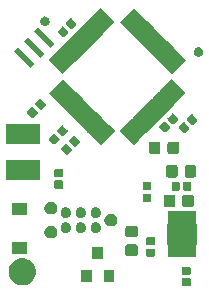
<source format=gbr>
G04 #@! TF.GenerationSoftware,KiCad,Pcbnew,(5.1.6)-1*
G04 #@! TF.CreationDate,2020-12-13T19:15:47+01:00*
G04 #@! TF.ProjectId,ACM-pcb,41434d2d-7063-4622-9e6b-696361645f70,rev?*
G04 #@! TF.SameCoordinates,Original*
G04 #@! TF.FileFunction,Soldermask,Top*
G04 #@! TF.FilePolarity,Negative*
%FSLAX46Y46*%
G04 Gerber Fmt 4.6, Leading zero omitted, Abs format (unit mm)*
G04 Created by KiCad (PCBNEW (5.1.6)-1) date 2020-12-13 19:15:47*
%MOMM*%
%LPD*%
G01*
G04 APERTURE LIST*
%ADD10C,0.100000*%
G04 APERTURE END LIST*
D10*
G36*
X80164938Y-89549716D02*
G01*
X80185557Y-89555971D01*
X80204553Y-89566124D01*
X80221208Y-89579792D01*
X80234876Y-89596447D01*
X80245029Y-89615443D01*
X80251284Y-89636062D01*
X80254000Y-89663640D01*
X80254000Y-90122360D01*
X80251284Y-90149938D01*
X80245029Y-90170557D01*
X80234876Y-90189553D01*
X80221208Y-90206208D01*
X80204553Y-90219876D01*
X80185557Y-90230029D01*
X80164938Y-90236284D01*
X80137360Y-90239000D01*
X79628640Y-90239000D01*
X79601062Y-90236284D01*
X79580443Y-90230029D01*
X79561447Y-90219876D01*
X79544792Y-90206208D01*
X79531124Y-90189553D01*
X79520971Y-90170557D01*
X79514716Y-90149938D01*
X79512000Y-90122360D01*
X79512000Y-89663640D01*
X79514716Y-89636062D01*
X79520971Y-89615443D01*
X79531124Y-89596447D01*
X79544792Y-89579792D01*
X79561447Y-89566124D01*
X79580443Y-89555971D01*
X79601062Y-89549716D01*
X79628640Y-89547000D01*
X80137360Y-89547000D01*
X80164938Y-89549716D01*
G37*
G36*
X66224549Y-87871116D02*
G01*
X66335734Y-87893232D01*
X66545203Y-87979997D01*
X66733720Y-88105960D01*
X66894040Y-88266280D01*
X67020003Y-88454797D01*
X67078543Y-88596124D01*
X67106768Y-88664267D01*
X67151000Y-88886635D01*
X67151000Y-89113365D01*
X67143243Y-89152360D01*
X67106768Y-89335734D01*
X67020003Y-89545203D01*
X66894040Y-89733720D01*
X66733720Y-89894040D01*
X66545203Y-90020003D01*
X66335734Y-90106768D01*
X66257347Y-90122360D01*
X66113365Y-90151000D01*
X65886635Y-90151000D01*
X65742653Y-90122360D01*
X65664266Y-90106768D01*
X65454797Y-90020003D01*
X65266280Y-89894040D01*
X65105960Y-89733720D01*
X64979997Y-89545203D01*
X64893232Y-89335734D01*
X64856757Y-89152360D01*
X64849000Y-89113365D01*
X64849000Y-88886635D01*
X64893232Y-88664267D01*
X64921458Y-88596124D01*
X64979997Y-88454797D01*
X65105960Y-88266280D01*
X65266280Y-88105960D01*
X65454797Y-87979997D01*
X65664266Y-87893232D01*
X65775451Y-87871116D01*
X65886635Y-87849000D01*
X66113365Y-87849000D01*
X66224549Y-87871116D01*
G37*
G36*
X73791000Y-89893000D02*
G01*
X72889000Y-89893000D01*
X72889000Y-88891000D01*
X73791000Y-88891000D01*
X73791000Y-89893000D01*
G37*
G36*
X71891000Y-89893000D02*
G01*
X70989000Y-89893000D01*
X70989000Y-88891000D01*
X71891000Y-88891000D01*
X71891000Y-89893000D01*
G37*
G36*
X80164938Y-88579716D02*
G01*
X80185557Y-88585971D01*
X80204553Y-88596124D01*
X80221208Y-88609792D01*
X80234876Y-88626447D01*
X80245029Y-88645443D01*
X80251284Y-88666062D01*
X80254000Y-88693640D01*
X80254000Y-89152360D01*
X80251284Y-89179938D01*
X80245029Y-89200557D01*
X80234876Y-89219553D01*
X80221208Y-89236208D01*
X80204553Y-89249876D01*
X80185557Y-89260029D01*
X80164938Y-89266284D01*
X80137360Y-89269000D01*
X79628640Y-89269000D01*
X79601062Y-89266284D01*
X79580443Y-89260029D01*
X79561447Y-89249876D01*
X79544792Y-89236208D01*
X79531124Y-89219553D01*
X79520971Y-89200557D01*
X79514716Y-89179938D01*
X79512000Y-89152360D01*
X79512000Y-88693640D01*
X79514716Y-88666062D01*
X79520971Y-88645443D01*
X79531124Y-88626447D01*
X79544792Y-88609792D01*
X79561447Y-88596124D01*
X79580443Y-88585971D01*
X79601062Y-88579716D01*
X79628640Y-88577000D01*
X80137360Y-88577000D01*
X80164938Y-88579716D01*
G37*
G36*
X72841000Y-87893000D02*
G01*
X71939000Y-87893000D01*
X71939000Y-86891000D01*
X72841000Y-86891000D01*
X72841000Y-87893000D01*
G37*
G36*
X80725000Y-84844001D02*
G01*
X80727402Y-84868387D01*
X80734515Y-84891836D01*
X80746066Y-84913447D01*
X80761611Y-84932389D01*
X80775000Y-84943377D01*
X80775000Y-86696623D01*
X80761611Y-86707611D01*
X80746066Y-86726553D01*
X80734515Y-86748164D01*
X80727402Y-86771613D01*
X80725000Y-86795999D01*
X80725000Y-87746000D01*
X78323000Y-87746000D01*
X78323000Y-86795999D01*
X78320598Y-86771613D01*
X78313485Y-86748164D01*
X78301934Y-86726553D01*
X78286389Y-86707611D01*
X78273000Y-86696623D01*
X78273000Y-84943377D01*
X78286389Y-84932389D01*
X78301934Y-84913447D01*
X78313485Y-84891836D01*
X78320598Y-84868387D01*
X78323000Y-84844001D01*
X78323000Y-83894000D01*
X80725000Y-83894000D01*
X80725000Y-84844001D01*
G37*
G36*
X77142338Y-87035116D02*
G01*
X77162957Y-87041371D01*
X77181953Y-87051524D01*
X77198608Y-87065192D01*
X77212276Y-87081847D01*
X77222429Y-87100843D01*
X77228684Y-87121462D01*
X77231400Y-87149040D01*
X77231400Y-87607760D01*
X77228684Y-87635338D01*
X77222429Y-87655957D01*
X77212276Y-87674953D01*
X77198608Y-87691608D01*
X77181953Y-87705276D01*
X77162957Y-87715429D01*
X77142338Y-87721684D01*
X77114760Y-87724400D01*
X76606040Y-87724400D01*
X76578462Y-87721684D01*
X76557843Y-87715429D01*
X76538847Y-87705276D01*
X76522192Y-87691608D01*
X76508524Y-87674953D01*
X76498371Y-87655957D01*
X76492116Y-87635338D01*
X76489400Y-87607760D01*
X76489400Y-87149040D01*
X76492116Y-87121462D01*
X76498371Y-87100843D01*
X76508524Y-87081847D01*
X76522192Y-87065192D01*
X76538847Y-87051524D01*
X76557843Y-87041371D01*
X76578462Y-87035116D01*
X76606040Y-87032400D01*
X77114760Y-87032400D01*
X77142338Y-87035116D01*
G37*
G36*
X75639791Y-86688585D02*
G01*
X75673769Y-86698893D01*
X75705090Y-86715634D01*
X75732539Y-86738161D01*
X75755066Y-86765610D01*
X75771807Y-86796931D01*
X75782115Y-86830909D01*
X75786200Y-86872390D01*
X75786200Y-87473610D01*
X75782115Y-87515091D01*
X75771807Y-87549069D01*
X75755066Y-87580390D01*
X75732539Y-87607839D01*
X75705090Y-87630366D01*
X75673769Y-87647107D01*
X75639791Y-87657415D01*
X75598310Y-87661500D01*
X74922090Y-87661500D01*
X74880609Y-87657415D01*
X74846631Y-87647107D01*
X74815310Y-87630366D01*
X74787861Y-87607839D01*
X74765334Y-87580390D01*
X74748593Y-87549069D01*
X74738285Y-87515091D01*
X74734200Y-87473610D01*
X74734200Y-86872390D01*
X74738285Y-86830909D01*
X74748593Y-86796931D01*
X74765334Y-86765610D01*
X74787861Y-86738161D01*
X74815310Y-86715634D01*
X74846631Y-86698893D01*
X74880609Y-86688585D01*
X74922090Y-86684500D01*
X75598310Y-86684500D01*
X75639791Y-86688585D01*
G37*
G36*
X66401000Y-87476000D02*
G01*
X65099000Y-87476000D01*
X65099000Y-86474000D01*
X66401000Y-86474000D01*
X66401000Y-87476000D01*
G37*
G36*
X77142338Y-86065116D02*
G01*
X77162957Y-86071371D01*
X77181953Y-86081524D01*
X77198608Y-86095192D01*
X77212276Y-86111847D01*
X77222429Y-86130843D01*
X77228684Y-86151462D01*
X77231400Y-86179040D01*
X77231400Y-86637760D01*
X77228684Y-86665338D01*
X77222429Y-86685957D01*
X77212276Y-86704953D01*
X77198608Y-86721608D01*
X77181953Y-86735276D01*
X77162957Y-86745429D01*
X77142338Y-86751684D01*
X77114760Y-86754400D01*
X76606040Y-86754400D01*
X76578462Y-86751684D01*
X76557843Y-86745429D01*
X76538847Y-86735276D01*
X76522192Y-86721608D01*
X76508524Y-86704953D01*
X76498371Y-86685957D01*
X76492116Y-86665338D01*
X76489400Y-86637760D01*
X76489400Y-86179040D01*
X76492116Y-86151462D01*
X76498371Y-86130843D01*
X76508524Y-86111847D01*
X76522192Y-86095192D01*
X76538847Y-86081524D01*
X76557843Y-86071371D01*
X76578462Y-86065116D01*
X76606040Y-86062400D01*
X77114760Y-86062400D01*
X77142338Y-86065116D01*
G37*
G36*
X68526578Y-85100197D02*
G01*
X68579350Y-85110694D01*
X68678770Y-85151875D01*
X68768246Y-85211661D01*
X68844339Y-85287754D01*
X68904125Y-85377230D01*
X68945306Y-85476650D01*
X68966300Y-85582194D01*
X68966300Y-85689806D01*
X68945306Y-85795350D01*
X68904125Y-85894770D01*
X68844339Y-85984246D01*
X68768246Y-86060339D01*
X68678770Y-86120125D01*
X68579350Y-86161306D01*
X68539684Y-86169196D01*
X68473807Y-86182300D01*
X68366193Y-86182300D01*
X68300316Y-86169196D01*
X68260650Y-86161306D01*
X68161230Y-86120125D01*
X68071754Y-86060339D01*
X67995661Y-85984246D01*
X67935875Y-85894770D01*
X67894694Y-85795350D01*
X67873700Y-85689806D01*
X67873700Y-85582194D01*
X67894694Y-85476650D01*
X67935875Y-85377230D01*
X67995661Y-85287754D01*
X68071754Y-85211661D01*
X68161230Y-85151875D01*
X68260650Y-85110694D01*
X68313422Y-85100197D01*
X68366193Y-85089700D01*
X68473807Y-85089700D01*
X68526578Y-85100197D01*
G37*
G36*
X75639791Y-85113585D02*
G01*
X75673769Y-85123893D01*
X75705090Y-85140634D01*
X75732539Y-85163161D01*
X75755066Y-85190610D01*
X75771807Y-85221931D01*
X75782115Y-85255909D01*
X75786200Y-85297390D01*
X75786200Y-85898610D01*
X75782115Y-85940091D01*
X75771807Y-85974069D01*
X75755066Y-86005390D01*
X75732539Y-86032839D01*
X75705090Y-86055366D01*
X75673769Y-86072107D01*
X75639791Y-86082415D01*
X75598310Y-86086500D01*
X74922090Y-86086500D01*
X74880609Y-86082415D01*
X74846631Y-86072107D01*
X74815310Y-86055366D01*
X74787861Y-86032839D01*
X74765334Y-86005390D01*
X74748593Y-85974069D01*
X74738285Y-85940091D01*
X74734200Y-85898610D01*
X74734200Y-85297390D01*
X74738285Y-85255909D01*
X74748593Y-85221931D01*
X74765334Y-85190610D01*
X74787861Y-85163161D01*
X74815310Y-85140634D01*
X74846631Y-85123893D01*
X74880609Y-85113585D01*
X74922090Y-85109500D01*
X75598310Y-85109500D01*
X75639791Y-85113585D01*
G37*
G36*
X72359714Y-84827389D02*
G01*
X72440645Y-84860912D01*
X72513480Y-84909579D01*
X72575421Y-84971520D01*
X72624088Y-85044355D01*
X72624089Y-85044357D01*
X72657611Y-85125286D01*
X72670605Y-85190610D01*
X72674700Y-85211201D01*
X72674700Y-85298799D01*
X72657611Y-85384714D01*
X72624088Y-85465645D01*
X72575421Y-85538480D01*
X72513480Y-85600421D01*
X72440645Y-85649088D01*
X72440644Y-85649089D01*
X72440643Y-85649089D01*
X72359714Y-85682611D01*
X72273801Y-85699700D01*
X72186199Y-85699700D01*
X72100286Y-85682611D01*
X72019357Y-85649089D01*
X72019356Y-85649089D01*
X72019355Y-85649088D01*
X71946520Y-85600421D01*
X71884579Y-85538480D01*
X71835912Y-85465645D01*
X71802389Y-85384714D01*
X71785300Y-85298799D01*
X71785300Y-85211201D01*
X71789396Y-85190610D01*
X71802389Y-85125286D01*
X71835911Y-85044357D01*
X71835912Y-85044355D01*
X71884579Y-84971520D01*
X71946520Y-84909579D01*
X72019355Y-84860912D01*
X72100286Y-84827389D01*
X72186199Y-84810300D01*
X72273801Y-84810300D01*
X72359714Y-84827389D01*
G37*
G36*
X69819714Y-84827389D02*
G01*
X69900645Y-84860912D01*
X69973480Y-84909579D01*
X70035421Y-84971520D01*
X70084088Y-85044355D01*
X70084089Y-85044357D01*
X70117611Y-85125286D01*
X70130605Y-85190610D01*
X70134700Y-85211201D01*
X70134700Y-85298799D01*
X70117611Y-85384714D01*
X70084088Y-85465645D01*
X70035421Y-85538480D01*
X69973480Y-85600421D01*
X69900645Y-85649088D01*
X69900644Y-85649089D01*
X69900643Y-85649089D01*
X69819714Y-85682611D01*
X69733801Y-85699700D01*
X69646199Y-85699700D01*
X69560286Y-85682611D01*
X69479357Y-85649089D01*
X69479356Y-85649089D01*
X69479355Y-85649088D01*
X69406520Y-85600421D01*
X69344579Y-85538480D01*
X69295912Y-85465645D01*
X69262389Y-85384714D01*
X69245300Y-85298799D01*
X69245300Y-85211201D01*
X69249396Y-85190610D01*
X69262389Y-85125286D01*
X69295911Y-85044357D01*
X69295912Y-85044355D01*
X69344579Y-84971520D01*
X69406520Y-84909579D01*
X69479355Y-84860912D01*
X69560286Y-84827389D01*
X69646199Y-84810300D01*
X69733801Y-84810300D01*
X69819714Y-84827389D01*
G37*
G36*
X71089714Y-84827389D02*
G01*
X71170645Y-84860912D01*
X71243480Y-84909579D01*
X71305421Y-84971520D01*
X71354088Y-85044355D01*
X71354089Y-85044357D01*
X71387611Y-85125286D01*
X71400605Y-85190610D01*
X71404700Y-85211201D01*
X71404700Y-85298799D01*
X71387611Y-85384714D01*
X71354088Y-85465645D01*
X71305421Y-85538480D01*
X71243480Y-85600421D01*
X71170645Y-85649088D01*
X71170644Y-85649089D01*
X71170643Y-85649089D01*
X71089714Y-85682611D01*
X71003801Y-85699700D01*
X70916199Y-85699700D01*
X70830286Y-85682611D01*
X70749357Y-85649089D01*
X70749356Y-85649089D01*
X70749355Y-85649088D01*
X70676520Y-85600421D01*
X70614579Y-85538480D01*
X70565912Y-85465645D01*
X70532389Y-85384714D01*
X70515300Y-85298799D01*
X70515300Y-85211201D01*
X70519396Y-85190610D01*
X70532389Y-85125286D01*
X70565911Y-85044357D01*
X70565912Y-85044355D01*
X70614579Y-84971520D01*
X70676520Y-84909579D01*
X70749355Y-84860912D01*
X70830286Y-84827389D01*
X70916199Y-84810300D01*
X71003801Y-84810300D01*
X71089714Y-84827389D01*
G37*
G36*
X73606578Y-84084197D02*
G01*
X73659350Y-84094694D01*
X73758770Y-84135875D01*
X73848246Y-84195661D01*
X73924339Y-84271754D01*
X73984125Y-84361230D01*
X74025306Y-84460650D01*
X74046300Y-84566194D01*
X74046300Y-84673806D01*
X74025306Y-84779350D01*
X73984125Y-84878770D01*
X73924339Y-84968246D01*
X73848246Y-85044339D01*
X73758770Y-85104125D01*
X73659350Y-85145306D01*
X73626325Y-85151875D01*
X73553807Y-85166300D01*
X73446193Y-85166300D01*
X73373675Y-85151875D01*
X73340650Y-85145306D01*
X73241230Y-85104125D01*
X73151754Y-85044339D01*
X73075661Y-84968246D01*
X73015875Y-84878770D01*
X72974694Y-84779350D01*
X72953700Y-84673806D01*
X72953700Y-84566194D01*
X72974694Y-84460650D01*
X73015875Y-84361230D01*
X73075661Y-84271754D01*
X73151754Y-84195661D01*
X73241230Y-84135875D01*
X73340650Y-84094694D01*
X73393422Y-84084197D01*
X73446193Y-84073700D01*
X73553807Y-84073700D01*
X73606578Y-84084197D01*
G37*
G36*
X71089714Y-83557389D02*
G01*
X71170645Y-83590912D01*
X71243480Y-83639579D01*
X71305421Y-83701520D01*
X71354088Y-83774355D01*
X71354089Y-83774357D01*
X71387611Y-83855286D01*
X71395312Y-83894000D01*
X71404700Y-83941201D01*
X71404700Y-84028799D01*
X71387611Y-84114714D01*
X71354088Y-84195645D01*
X71305421Y-84268480D01*
X71243480Y-84330421D01*
X71170645Y-84379088D01*
X71170644Y-84379089D01*
X71170643Y-84379089D01*
X71089714Y-84412611D01*
X71003801Y-84429700D01*
X70916199Y-84429700D01*
X70830286Y-84412611D01*
X70749357Y-84379089D01*
X70749356Y-84379089D01*
X70749355Y-84379088D01*
X70676520Y-84330421D01*
X70614579Y-84268480D01*
X70565912Y-84195645D01*
X70532389Y-84114714D01*
X70515300Y-84028799D01*
X70515300Y-83941201D01*
X70524689Y-83894000D01*
X70532389Y-83855286D01*
X70565911Y-83774357D01*
X70565912Y-83774355D01*
X70614579Y-83701520D01*
X70676520Y-83639579D01*
X70749355Y-83590912D01*
X70830286Y-83557389D01*
X70916199Y-83540300D01*
X71003801Y-83540300D01*
X71089714Y-83557389D01*
G37*
G36*
X69819714Y-83557389D02*
G01*
X69900645Y-83590912D01*
X69973480Y-83639579D01*
X70035421Y-83701520D01*
X70084088Y-83774355D01*
X70084089Y-83774357D01*
X70117611Y-83855286D01*
X70125312Y-83894000D01*
X70134700Y-83941201D01*
X70134700Y-84028799D01*
X70117611Y-84114714D01*
X70084088Y-84195645D01*
X70035421Y-84268480D01*
X69973480Y-84330421D01*
X69900645Y-84379088D01*
X69900644Y-84379089D01*
X69900643Y-84379089D01*
X69819714Y-84412611D01*
X69733801Y-84429700D01*
X69646199Y-84429700D01*
X69560286Y-84412611D01*
X69479357Y-84379089D01*
X69479356Y-84379089D01*
X69479355Y-84379088D01*
X69406520Y-84330421D01*
X69344579Y-84268480D01*
X69295912Y-84195645D01*
X69262389Y-84114714D01*
X69245300Y-84028799D01*
X69245300Y-83941201D01*
X69254689Y-83894000D01*
X69262389Y-83855286D01*
X69295911Y-83774357D01*
X69295912Y-83774355D01*
X69344579Y-83701520D01*
X69406520Y-83639579D01*
X69479355Y-83590912D01*
X69560286Y-83557389D01*
X69646199Y-83540300D01*
X69733801Y-83540300D01*
X69819714Y-83557389D01*
G37*
G36*
X72359714Y-83557389D02*
G01*
X72440645Y-83590912D01*
X72513480Y-83639579D01*
X72575421Y-83701520D01*
X72624088Y-83774355D01*
X72624089Y-83774357D01*
X72657611Y-83855286D01*
X72665312Y-83894000D01*
X72674700Y-83941201D01*
X72674700Y-84028799D01*
X72657611Y-84114714D01*
X72624088Y-84195645D01*
X72575421Y-84268480D01*
X72513480Y-84330421D01*
X72440645Y-84379088D01*
X72440644Y-84379089D01*
X72440643Y-84379089D01*
X72359714Y-84412611D01*
X72273801Y-84429700D01*
X72186199Y-84429700D01*
X72100286Y-84412611D01*
X72019357Y-84379089D01*
X72019356Y-84379089D01*
X72019355Y-84379088D01*
X71946520Y-84330421D01*
X71884579Y-84268480D01*
X71835912Y-84195645D01*
X71802389Y-84114714D01*
X71785300Y-84028799D01*
X71785300Y-83941201D01*
X71794689Y-83894000D01*
X71802389Y-83855286D01*
X71835911Y-83774357D01*
X71835912Y-83774355D01*
X71884579Y-83701520D01*
X71946520Y-83639579D01*
X72019355Y-83590912D01*
X72100286Y-83557389D01*
X72186199Y-83540300D01*
X72273801Y-83540300D01*
X72359714Y-83557389D01*
G37*
G36*
X66401000Y-84176000D02*
G01*
X65099000Y-84176000D01*
X65099000Y-83174000D01*
X66401000Y-83174000D01*
X66401000Y-84176000D01*
G37*
G36*
X68500607Y-83063031D02*
G01*
X68579350Y-83078694D01*
X68678770Y-83119875D01*
X68768246Y-83179661D01*
X68844339Y-83255754D01*
X68904125Y-83345230D01*
X68945306Y-83444650D01*
X68966300Y-83550194D01*
X68966300Y-83657806D01*
X68945306Y-83763350D01*
X68904125Y-83862770D01*
X68844339Y-83952246D01*
X68768246Y-84028339D01*
X68678770Y-84088125D01*
X68579350Y-84129306D01*
X68546325Y-84135875D01*
X68473807Y-84150300D01*
X68366193Y-84150300D01*
X68293675Y-84135875D01*
X68260650Y-84129306D01*
X68161230Y-84088125D01*
X68071754Y-84028339D01*
X67995661Y-83952246D01*
X67935875Y-83862770D01*
X67894694Y-83763350D01*
X67873700Y-83657806D01*
X67873700Y-83550194D01*
X67894694Y-83444650D01*
X67935875Y-83345230D01*
X67995661Y-83255754D01*
X68071754Y-83179661D01*
X68161230Y-83119875D01*
X68260650Y-83078694D01*
X68339393Y-83063031D01*
X68366193Y-83057700D01*
X68473807Y-83057700D01*
X68500607Y-83063031D01*
G37*
G36*
X78802691Y-82485285D02*
G01*
X78836669Y-82495593D01*
X78867990Y-82512334D01*
X78895439Y-82534861D01*
X78917966Y-82562310D01*
X78934707Y-82593631D01*
X78945015Y-82627609D01*
X78949100Y-82669090D01*
X78949100Y-83345310D01*
X78945015Y-83386791D01*
X78934707Y-83420769D01*
X78917966Y-83452090D01*
X78895439Y-83479539D01*
X78867990Y-83502066D01*
X78836669Y-83518807D01*
X78802691Y-83529115D01*
X78761210Y-83533200D01*
X78159990Y-83533200D01*
X78118509Y-83529115D01*
X78084531Y-83518807D01*
X78053210Y-83502066D01*
X78025761Y-83479539D01*
X78003234Y-83452090D01*
X77986493Y-83420769D01*
X77976185Y-83386791D01*
X77972100Y-83345310D01*
X77972100Y-82669090D01*
X77976185Y-82627609D01*
X77986493Y-82593631D01*
X78003234Y-82562310D01*
X78025761Y-82534861D01*
X78053210Y-82512334D01*
X78084531Y-82495593D01*
X78118509Y-82485285D01*
X78159990Y-82481200D01*
X78761210Y-82481200D01*
X78802691Y-82485285D01*
G37*
G36*
X80377691Y-82485285D02*
G01*
X80411669Y-82495593D01*
X80442990Y-82512334D01*
X80470439Y-82534861D01*
X80492966Y-82562310D01*
X80509707Y-82593631D01*
X80520015Y-82627609D01*
X80524100Y-82669090D01*
X80524100Y-83345310D01*
X80520015Y-83386791D01*
X80509707Y-83420769D01*
X80492966Y-83452090D01*
X80470439Y-83479539D01*
X80442990Y-83502066D01*
X80411669Y-83518807D01*
X80377691Y-83529115D01*
X80336210Y-83533200D01*
X79734990Y-83533200D01*
X79693509Y-83529115D01*
X79659531Y-83518807D01*
X79628210Y-83502066D01*
X79600761Y-83479539D01*
X79578234Y-83452090D01*
X79561493Y-83420769D01*
X79551185Y-83386791D01*
X79547100Y-83345310D01*
X79547100Y-82669090D01*
X79551185Y-82627609D01*
X79561493Y-82593631D01*
X79578234Y-82562310D01*
X79600761Y-82534861D01*
X79628210Y-82512334D01*
X79659531Y-82495593D01*
X79693509Y-82485285D01*
X79734990Y-82481200D01*
X80336210Y-82481200D01*
X80377691Y-82485285D01*
G37*
G36*
X76837538Y-82386916D02*
G01*
X76858157Y-82393171D01*
X76877153Y-82403324D01*
X76893808Y-82416992D01*
X76907476Y-82433647D01*
X76917629Y-82452643D01*
X76923884Y-82473262D01*
X76926600Y-82500840D01*
X76926600Y-82959560D01*
X76923884Y-82987138D01*
X76917629Y-83007757D01*
X76907476Y-83026753D01*
X76893808Y-83043408D01*
X76877153Y-83057076D01*
X76858157Y-83067229D01*
X76837538Y-83073484D01*
X76809960Y-83076200D01*
X76301240Y-83076200D01*
X76273662Y-83073484D01*
X76253043Y-83067229D01*
X76234047Y-83057076D01*
X76217392Y-83043408D01*
X76203724Y-83026753D01*
X76193571Y-83007757D01*
X76187316Y-82987138D01*
X76184600Y-82959560D01*
X76184600Y-82500840D01*
X76187316Y-82473262D01*
X76193571Y-82452643D01*
X76203724Y-82433647D01*
X76217392Y-82416992D01*
X76234047Y-82403324D01*
X76253043Y-82393171D01*
X76273662Y-82386916D01*
X76301240Y-82384200D01*
X76809960Y-82384200D01*
X76837538Y-82386916D01*
G37*
G36*
X80212938Y-81395716D02*
G01*
X80233557Y-81401971D01*
X80252553Y-81412124D01*
X80269208Y-81425792D01*
X80282876Y-81442447D01*
X80293029Y-81461443D01*
X80299284Y-81482062D01*
X80302000Y-81509640D01*
X80302000Y-82018360D01*
X80299284Y-82045938D01*
X80293029Y-82066557D01*
X80282876Y-82085553D01*
X80269208Y-82102208D01*
X80252553Y-82115876D01*
X80233557Y-82126029D01*
X80212938Y-82132284D01*
X80185360Y-82135000D01*
X79726640Y-82135000D01*
X79699062Y-82132284D01*
X79678443Y-82126029D01*
X79659447Y-82115876D01*
X79642792Y-82102208D01*
X79629124Y-82085553D01*
X79618971Y-82066557D01*
X79612716Y-82045938D01*
X79610000Y-82018360D01*
X79610000Y-81509640D01*
X79612716Y-81482062D01*
X79618971Y-81461443D01*
X79629124Y-81442447D01*
X79642792Y-81425792D01*
X79659447Y-81412124D01*
X79678443Y-81401971D01*
X79699062Y-81395716D01*
X79726640Y-81393000D01*
X80185360Y-81393000D01*
X80212938Y-81395716D01*
G37*
G36*
X79242938Y-81395716D02*
G01*
X79263557Y-81401971D01*
X79282553Y-81412124D01*
X79299208Y-81425792D01*
X79312876Y-81442447D01*
X79323029Y-81461443D01*
X79329284Y-81482062D01*
X79332000Y-81509640D01*
X79332000Y-82018360D01*
X79329284Y-82045938D01*
X79323029Y-82066557D01*
X79312876Y-82085553D01*
X79299208Y-82102208D01*
X79282553Y-82115876D01*
X79263557Y-82126029D01*
X79242938Y-82132284D01*
X79215360Y-82135000D01*
X78756640Y-82135000D01*
X78729062Y-82132284D01*
X78708443Y-82126029D01*
X78689447Y-82115876D01*
X78672792Y-82102208D01*
X78659124Y-82085553D01*
X78648971Y-82066557D01*
X78642716Y-82045938D01*
X78640000Y-82018360D01*
X78640000Y-81509640D01*
X78642716Y-81482062D01*
X78648971Y-81461443D01*
X78659124Y-81442447D01*
X78672792Y-81425792D01*
X78689447Y-81412124D01*
X78708443Y-81401971D01*
X78729062Y-81395716D01*
X78756640Y-81393000D01*
X79215360Y-81393000D01*
X79242938Y-81395716D01*
G37*
G36*
X76837538Y-81416916D02*
G01*
X76858157Y-81423171D01*
X76877153Y-81433324D01*
X76893808Y-81446992D01*
X76907476Y-81463647D01*
X76917629Y-81482643D01*
X76923884Y-81503262D01*
X76926600Y-81530840D01*
X76926600Y-81989560D01*
X76923884Y-82017138D01*
X76917629Y-82037757D01*
X76907476Y-82056753D01*
X76893808Y-82073408D01*
X76877153Y-82087076D01*
X76858157Y-82097229D01*
X76837538Y-82103484D01*
X76809960Y-82106200D01*
X76301240Y-82106200D01*
X76273662Y-82103484D01*
X76253043Y-82097229D01*
X76234047Y-82087076D01*
X76217392Y-82073408D01*
X76203724Y-82056753D01*
X76193571Y-82037757D01*
X76187316Y-82017138D01*
X76184600Y-81989560D01*
X76184600Y-81530840D01*
X76187316Y-81503262D01*
X76193571Y-81482643D01*
X76203724Y-81463647D01*
X76217392Y-81446992D01*
X76234047Y-81433324D01*
X76253043Y-81423171D01*
X76273662Y-81416916D01*
X76301240Y-81414200D01*
X76809960Y-81414200D01*
X76837538Y-81416916D01*
G37*
G36*
X69369938Y-81271716D02*
G01*
X69390557Y-81277971D01*
X69409553Y-81288124D01*
X69426208Y-81301792D01*
X69439876Y-81318447D01*
X69450029Y-81337443D01*
X69456284Y-81358062D01*
X69459000Y-81385640D01*
X69459000Y-81844360D01*
X69456284Y-81871938D01*
X69450029Y-81892557D01*
X69439876Y-81911553D01*
X69426208Y-81928208D01*
X69409553Y-81941876D01*
X69390557Y-81952029D01*
X69369938Y-81958284D01*
X69342360Y-81961000D01*
X68833640Y-81961000D01*
X68806062Y-81958284D01*
X68785443Y-81952029D01*
X68766447Y-81941876D01*
X68749792Y-81928208D01*
X68736124Y-81911553D01*
X68725971Y-81892557D01*
X68719716Y-81871938D01*
X68717000Y-81844360D01*
X68717000Y-81385640D01*
X68719716Y-81358062D01*
X68725971Y-81337443D01*
X68736124Y-81318447D01*
X68749792Y-81301792D01*
X68766447Y-81288124D01*
X68785443Y-81277971D01*
X68806062Y-81271716D01*
X68833640Y-81269000D01*
X69342360Y-81269000D01*
X69369938Y-81271716D01*
G37*
G36*
X67491000Y-81218000D02*
G01*
X64589000Y-81218000D01*
X64589000Y-79516000D01*
X67491000Y-79516000D01*
X67491000Y-81218000D01*
G37*
G36*
X80577591Y-79972085D02*
G01*
X80611569Y-79982393D01*
X80642890Y-79999134D01*
X80670339Y-80021661D01*
X80692866Y-80049110D01*
X80709607Y-80080431D01*
X80719915Y-80114409D01*
X80724000Y-80155890D01*
X80724000Y-80832110D01*
X80719915Y-80873591D01*
X80709607Y-80907569D01*
X80692866Y-80938890D01*
X80670339Y-80966339D01*
X80642890Y-80988866D01*
X80611569Y-81005607D01*
X80577591Y-81015915D01*
X80536110Y-81020000D01*
X79934890Y-81020000D01*
X79893409Y-81015915D01*
X79859431Y-81005607D01*
X79828110Y-80988866D01*
X79800661Y-80966339D01*
X79778134Y-80938890D01*
X79761393Y-80907569D01*
X79751085Y-80873591D01*
X79747000Y-80832110D01*
X79747000Y-80155890D01*
X79751085Y-80114409D01*
X79761393Y-80080431D01*
X79778134Y-80049110D01*
X79800661Y-80021661D01*
X79828110Y-79999134D01*
X79859431Y-79982393D01*
X79893409Y-79972085D01*
X79934890Y-79968000D01*
X80536110Y-79968000D01*
X80577591Y-79972085D01*
G37*
G36*
X79002591Y-79972085D02*
G01*
X79036569Y-79982393D01*
X79067890Y-79999134D01*
X79095339Y-80021661D01*
X79117866Y-80049110D01*
X79134607Y-80080431D01*
X79144915Y-80114409D01*
X79149000Y-80155890D01*
X79149000Y-80832110D01*
X79144915Y-80873591D01*
X79134607Y-80907569D01*
X79117866Y-80938890D01*
X79095339Y-80966339D01*
X79067890Y-80988866D01*
X79036569Y-81005607D01*
X79002591Y-81015915D01*
X78961110Y-81020000D01*
X78359890Y-81020000D01*
X78318409Y-81015915D01*
X78284431Y-81005607D01*
X78253110Y-80988866D01*
X78225661Y-80966339D01*
X78203134Y-80938890D01*
X78186393Y-80907569D01*
X78176085Y-80873591D01*
X78172000Y-80832110D01*
X78172000Y-80155890D01*
X78176085Y-80114409D01*
X78186393Y-80080431D01*
X78203134Y-80049110D01*
X78225661Y-80021661D01*
X78253110Y-79999134D01*
X78284431Y-79982393D01*
X78318409Y-79972085D01*
X78359890Y-79968000D01*
X78961110Y-79968000D01*
X79002591Y-79972085D01*
G37*
G36*
X69369938Y-80301716D02*
G01*
X69390557Y-80307971D01*
X69409553Y-80318124D01*
X69426208Y-80331792D01*
X69439876Y-80348447D01*
X69450029Y-80367443D01*
X69456284Y-80388062D01*
X69459000Y-80415640D01*
X69459000Y-80874360D01*
X69456284Y-80901938D01*
X69450029Y-80922557D01*
X69439876Y-80941553D01*
X69426208Y-80958208D01*
X69409553Y-80971876D01*
X69390557Y-80982029D01*
X69369938Y-80988284D01*
X69342360Y-80991000D01*
X68833640Y-80991000D01*
X68806062Y-80988284D01*
X68785443Y-80982029D01*
X68766447Y-80971876D01*
X68749792Y-80958208D01*
X68736124Y-80941553D01*
X68725971Y-80922557D01*
X68719716Y-80901938D01*
X68717000Y-80874360D01*
X68717000Y-80415640D01*
X68719716Y-80388062D01*
X68725971Y-80367443D01*
X68736124Y-80348447D01*
X68749792Y-80331792D01*
X68766447Y-80318124D01*
X68785443Y-80307971D01*
X68806062Y-80301716D01*
X68833640Y-80299000D01*
X69342360Y-80299000D01*
X69369938Y-80301716D01*
G37*
G36*
X69752066Y-78179985D02*
G01*
X69772685Y-78186240D01*
X69791681Y-78196393D01*
X69813102Y-78213973D01*
X70172827Y-78573698D01*
X70190407Y-78595119D01*
X70200560Y-78614115D01*
X70206815Y-78634734D01*
X70208926Y-78656172D01*
X70206815Y-78677610D01*
X70200560Y-78698229D01*
X70190407Y-78717225D01*
X70172827Y-78738646D01*
X69848458Y-79063015D01*
X69827037Y-79080595D01*
X69808041Y-79090748D01*
X69787422Y-79097003D01*
X69765984Y-79099114D01*
X69744546Y-79097003D01*
X69723927Y-79090748D01*
X69704931Y-79080595D01*
X69683510Y-79063015D01*
X69323785Y-78703290D01*
X69306205Y-78681869D01*
X69296052Y-78662873D01*
X69289797Y-78642254D01*
X69287686Y-78620816D01*
X69289797Y-78599378D01*
X69296052Y-78578759D01*
X69306205Y-78559763D01*
X69323785Y-78538342D01*
X69648154Y-78213973D01*
X69669575Y-78196393D01*
X69688571Y-78186240D01*
X69709190Y-78179985D01*
X69730628Y-78177874D01*
X69752066Y-78179985D01*
G37*
G36*
X77554591Y-77978085D02*
G01*
X77588569Y-77988393D01*
X77619890Y-78005134D01*
X77647339Y-78027661D01*
X77669866Y-78055110D01*
X77686607Y-78086431D01*
X77696915Y-78120409D01*
X77701000Y-78161890D01*
X77701000Y-78838110D01*
X77696915Y-78879591D01*
X77686607Y-78913569D01*
X77669866Y-78944890D01*
X77647339Y-78972339D01*
X77619890Y-78994866D01*
X77588569Y-79011607D01*
X77554591Y-79021915D01*
X77513110Y-79026000D01*
X76911890Y-79026000D01*
X76870409Y-79021915D01*
X76836431Y-79011607D01*
X76805110Y-78994866D01*
X76777661Y-78972339D01*
X76755134Y-78944890D01*
X76738393Y-78913569D01*
X76728085Y-78879591D01*
X76724000Y-78838110D01*
X76724000Y-78161890D01*
X76728085Y-78120409D01*
X76738393Y-78086431D01*
X76755134Y-78055110D01*
X76777661Y-78027661D01*
X76805110Y-78005134D01*
X76836431Y-77988393D01*
X76870409Y-77978085D01*
X76911890Y-77974000D01*
X77513110Y-77974000D01*
X77554591Y-77978085D01*
G37*
G36*
X79129591Y-77978085D02*
G01*
X79163569Y-77988393D01*
X79194890Y-78005134D01*
X79222339Y-78027661D01*
X79244866Y-78055110D01*
X79261607Y-78086431D01*
X79271915Y-78120409D01*
X79276000Y-78161890D01*
X79276000Y-78838110D01*
X79271915Y-78879591D01*
X79261607Y-78913569D01*
X79244866Y-78944890D01*
X79222339Y-78972339D01*
X79194890Y-78994866D01*
X79163569Y-79011607D01*
X79129591Y-79021915D01*
X79088110Y-79026000D01*
X78486890Y-79026000D01*
X78445409Y-79021915D01*
X78411431Y-79011607D01*
X78380110Y-78994866D01*
X78352661Y-78972339D01*
X78330134Y-78944890D01*
X78313393Y-78913569D01*
X78303085Y-78879591D01*
X78299000Y-78838110D01*
X78299000Y-78161890D01*
X78303085Y-78120409D01*
X78313393Y-78086431D01*
X78330134Y-78055110D01*
X78352661Y-78027661D01*
X78380110Y-78005134D01*
X78411431Y-77988393D01*
X78445409Y-77978085D01*
X78486890Y-77974000D01*
X79088110Y-77974000D01*
X79129591Y-77978085D01*
G37*
G36*
X70437960Y-77494091D02*
G01*
X70458579Y-77500346D01*
X70477575Y-77510499D01*
X70498996Y-77528079D01*
X70858721Y-77887804D01*
X70876301Y-77909225D01*
X70886454Y-77928221D01*
X70892709Y-77948840D01*
X70894820Y-77970278D01*
X70892709Y-77991716D01*
X70886454Y-78012335D01*
X70876301Y-78031331D01*
X70858721Y-78052752D01*
X70534352Y-78377121D01*
X70512931Y-78394701D01*
X70493935Y-78404854D01*
X70473316Y-78411109D01*
X70451878Y-78413220D01*
X70430440Y-78411109D01*
X70409821Y-78404854D01*
X70390825Y-78394701D01*
X70369404Y-78377121D01*
X70009679Y-78017396D01*
X69992099Y-77995975D01*
X69981946Y-77976979D01*
X69975691Y-77956360D01*
X69973580Y-77934922D01*
X69975691Y-77913484D01*
X69981946Y-77892865D01*
X69992099Y-77873869D01*
X70009679Y-77852448D01*
X70334048Y-77528079D01*
X70355469Y-77510499D01*
X70374465Y-77500346D01*
X70395084Y-77494091D01*
X70416522Y-77491980D01*
X70437960Y-77494091D01*
G37*
G36*
X79860692Y-73842804D02*
G01*
X79399658Y-74303838D01*
X79295006Y-74408489D01*
X78833972Y-74869523D01*
X78729321Y-74974175D01*
X76571231Y-77132265D01*
X76466579Y-77236916D01*
X76005545Y-77697950D01*
X75900894Y-77802602D01*
X75439860Y-78263636D01*
X74236364Y-77060140D01*
X74697398Y-76599106D01*
X74697399Y-76599107D01*
X74713663Y-76582843D01*
X74713672Y-76582832D01*
X74802050Y-76494455D01*
X74802049Y-76494454D01*
X75263083Y-76033420D01*
X75263084Y-76033421D01*
X75351461Y-75945043D01*
X75351472Y-75945034D01*
X75367736Y-75928770D01*
X75367735Y-75928769D01*
X75828769Y-75467735D01*
X75828770Y-75467736D01*
X75917157Y-75379348D01*
X75933421Y-75363085D01*
X75933420Y-75363084D01*
X76394454Y-74902050D01*
X76394455Y-74902051D01*
X76499107Y-74797399D01*
X76499106Y-74797398D01*
X76960140Y-74336364D01*
X76960141Y-74336365D01*
X77048528Y-74247977D01*
X77064792Y-74231714D01*
X77064791Y-74231713D01*
X77525825Y-73770679D01*
X77525826Y-73770680D01*
X77542090Y-73754416D01*
X77542099Y-73754405D01*
X77630477Y-73666028D01*
X77630476Y-73666027D01*
X78091510Y-73204993D01*
X78091511Y-73204994D01*
X78179888Y-73116616D01*
X78179899Y-73116607D01*
X78196163Y-73100343D01*
X78196162Y-73100342D01*
X78657196Y-72639308D01*
X79860692Y-73842804D01*
G37*
G36*
X69890486Y-73100342D02*
G01*
X69890486Y-73100343D01*
X69906750Y-73116607D01*
X69906756Y-73116612D01*
X69995138Y-73204994D01*
X69995138Y-73204993D01*
X70456172Y-73666027D01*
X70456172Y-73666028D01*
X70544554Y-73754410D01*
X70544559Y-73754416D01*
X70560823Y-73770680D01*
X70560823Y-73770679D01*
X71021857Y-74231713D01*
X71021857Y-74231714D01*
X71126508Y-74336365D01*
X71126508Y-74336364D01*
X71587542Y-74797398D01*
X71587542Y-74797399D01*
X71692194Y-74902051D01*
X71692194Y-74902050D01*
X72153228Y-75363084D01*
X72153228Y-75363085D01*
X72257879Y-75467736D01*
X72257879Y-75467735D01*
X72718913Y-75928769D01*
X72718913Y-75928770D01*
X72735177Y-75945034D01*
X72735183Y-75945039D01*
X72823565Y-76033421D01*
X72823565Y-76033420D01*
X73284599Y-76494454D01*
X73284599Y-76494455D01*
X73372981Y-76582837D01*
X73372986Y-76582843D01*
X73389250Y-76599107D01*
X73389250Y-76599106D01*
X73850284Y-77060140D01*
X72646788Y-78263636D01*
X72185754Y-77802602D01*
X72185755Y-77802602D01*
X72097373Y-77714220D01*
X72097368Y-77714214D01*
X72081104Y-77697950D01*
X72081103Y-77697950D01*
X71620069Y-77236916D01*
X71620070Y-77236916D01*
X71603806Y-77220652D01*
X71603800Y-77220647D01*
X71515418Y-77132265D01*
X71515417Y-77132265D01*
X71054383Y-76671231D01*
X71054384Y-76671231D01*
X70949733Y-76566580D01*
X70949732Y-76566580D01*
X70488698Y-76105546D01*
X70488699Y-76105546D01*
X70384047Y-76000894D01*
X70384046Y-76000894D01*
X69923012Y-75539860D01*
X69923013Y-75539860D01*
X69818362Y-75435209D01*
X69818361Y-75435209D01*
X69357327Y-74974175D01*
X69357328Y-74974175D01*
X69268946Y-74885793D01*
X69268941Y-74885787D01*
X69252677Y-74869523D01*
X69252676Y-74869523D01*
X68791642Y-74408489D01*
X68791643Y-74408489D01*
X68775379Y-74392225D01*
X68775373Y-74392220D01*
X68686991Y-74303838D01*
X68686990Y-74303838D01*
X68225956Y-73842804D01*
X69429452Y-72639308D01*
X69890486Y-73100342D01*
G37*
G36*
X67491000Y-78218000D02*
G01*
X64589000Y-78218000D01*
X64589000Y-76516000D01*
X67491000Y-76516000D01*
X67491000Y-78218000D01*
G37*
G36*
X68710666Y-77290985D02*
G01*
X68731285Y-77297240D01*
X68750281Y-77307393D01*
X68771702Y-77324973D01*
X69131427Y-77684698D01*
X69149007Y-77706119D01*
X69159160Y-77725115D01*
X69165415Y-77745734D01*
X69167526Y-77767172D01*
X69165415Y-77788610D01*
X69159160Y-77809229D01*
X69149007Y-77828225D01*
X69131427Y-77849646D01*
X68807058Y-78174015D01*
X68785637Y-78191595D01*
X68766641Y-78201748D01*
X68746022Y-78208003D01*
X68724584Y-78210114D01*
X68703146Y-78208003D01*
X68682527Y-78201748D01*
X68663531Y-78191595D01*
X68642110Y-78174015D01*
X68282385Y-77814290D01*
X68264805Y-77792869D01*
X68254652Y-77773873D01*
X68248397Y-77753254D01*
X68246286Y-77731816D01*
X68248397Y-77710378D01*
X68254652Y-77689759D01*
X68264805Y-77670763D01*
X68282385Y-77649342D01*
X68606754Y-77324973D01*
X68628175Y-77307393D01*
X68647171Y-77297240D01*
X68667790Y-77290985D01*
X68689228Y-77288874D01*
X68710666Y-77290985D01*
G37*
G36*
X69396560Y-76605091D02*
G01*
X69417179Y-76611346D01*
X69436175Y-76621499D01*
X69457596Y-76639079D01*
X69817321Y-76998804D01*
X69834901Y-77020225D01*
X69845054Y-77039221D01*
X69851309Y-77059840D01*
X69853420Y-77081278D01*
X69851309Y-77102716D01*
X69845054Y-77123335D01*
X69834901Y-77142331D01*
X69817321Y-77163752D01*
X69492952Y-77488121D01*
X69471531Y-77505701D01*
X69452535Y-77515854D01*
X69431916Y-77522109D01*
X69410478Y-77524220D01*
X69389040Y-77522109D01*
X69368421Y-77515854D01*
X69349425Y-77505701D01*
X69328004Y-77488121D01*
X68968279Y-77128396D01*
X68950699Y-77106975D01*
X68940546Y-77087979D01*
X68934291Y-77067360D01*
X68932180Y-77045922D01*
X68934291Y-77024484D01*
X68940546Y-77003865D01*
X68950699Y-76984869D01*
X68968279Y-76963448D01*
X69292648Y-76639079D01*
X69314069Y-76621499D01*
X69333065Y-76611346D01*
X69353684Y-76605091D01*
X69375122Y-76602980D01*
X69396560Y-76605091D01*
G37*
G36*
X79703760Y-76341491D02*
G01*
X79724379Y-76347746D01*
X79743375Y-76357899D01*
X79764796Y-76375479D01*
X80124521Y-76735204D01*
X80142101Y-76756625D01*
X80152254Y-76775621D01*
X80158509Y-76796240D01*
X80160620Y-76817678D01*
X80158509Y-76839116D01*
X80152254Y-76859735D01*
X80142101Y-76878731D01*
X80124521Y-76900152D01*
X79800152Y-77224521D01*
X79778731Y-77242101D01*
X79759735Y-77252254D01*
X79739116Y-77258509D01*
X79717678Y-77260620D01*
X79696240Y-77258509D01*
X79675621Y-77252254D01*
X79656625Y-77242101D01*
X79635204Y-77224521D01*
X79275479Y-76864796D01*
X79257899Y-76843375D01*
X79247746Y-76824379D01*
X79241491Y-76803760D01*
X79239380Y-76782322D01*
X79241491Y-76760884D01*
X79247746Y-76740265D01*
X79257899Y-76721269D01*
X79275479Y-76699848D01*
X79599848Y-76375479D01*
X79621269Y-76357899D01*
X79640265Y-76347746D01*
X79660884Y-76341491D01*
X79682322Y-76339380D01*
X79703760Y-76341491D01*
G37*
G36*
X78060813Y-76284438D02*
G01*
X78081432Y-76290693D01*
X78100428Y-76300846D01*
X78121849Y-76318426D01*
X78481574Y-76678151D01*
X78499154Y-76699572D01*
X78509307Y-76718568D01*
X78515562Y-76739187D01*
X78517673Y-76760625D01*
X78515562Y-76782063D01*
X78509307Y-76802682D01*
X78499154Y-76821678D01*
X78481574Y-76843099D01*
X78157205Y-77167468D01*
X78135784Y-77185048D01*
X78116788Y-77195201D01*
X78096169Y-77201456D01*
X78074731Y-77203567D01*
X78053293Y-77201456D01*
X78032674Y-77195201D01*
X78013678Y-77185048D01*
X77992257Y-77167468D01*
X77632532Y-76807743D01*
X77614952Y-76786322D01*
X77604799Y-76767326D01*
X77598544Y-76746707D01*
X77596433Y-76725269D01*
X77598544Y-76703831D01*
X77604799Y-76683212D01*
X77614952Y-76664216D01*
X77632532Y-76642795D01*
X77956901Y-76318426D01*
X77978322Y-76300846D01*
X77997318Y-76290693D01*
X78017937Y-76284438D01*
X78039375Y-76282327D01*
X78060813Y-76284438D01*
G37*
G36*
X80389654Y-75655597D02*
G01*
X80410273Y-75661852D01*
X80429269Y-75672005D01*
X80450690Y-75689585D01*
X80810415Y-76049310D01*
X80827995Y-76070731D01*
X80838148Y-76089727D01*
X80844403Y-76110346D01*
X80846514Y-76131784D01*
X80844403Y-76153222D01*
X80838148Y-76173841D01*
X80827995Y-76192837D01*
X80810415Y-76214258D01*
X80486046Y-76538627D01*
X80464625Y-76556207D01*
X80445629Y-76566360D01*
X80425010Y-76572615D01*
X80403572Y-76574726D01*
X80382134Y-76572615D01*
X80361515Y-76566360D01*
X80342519Y-76556207D01*
X80321098Y-76538627D01*
X79961373Y-76178902D01*
X79943793Y-76157481D01*
X79933640Y-76138485D01*
X79927385Y-76117866D01*
X79925274Y-76096428D01*
X79927385Y-76074990D01*
X79933640Y-76054371D01*
X79943793Y-76035375D01*
X79961373Y-76013954D01*
X80285742Y-75689585D01*
X80307163Y-75672005D01*
X80326159Y-75661852D01*
X80346778Y-75655597D01*
X80368216Y-75653486D01*
X80389654Y-75655597D01*
G37*
G36*
X78746707Y-75598544D02*
G01*
X78767326Y-75604799D01*
X78786322Y-75614952D01*
X78807743Y-75632532D01*
X79167468Y-75992257D01*
X79185048Y-76013678D01*
X79195201Y-76032674D01*
X79201456Y-76053293D01*
X79203567Y-76074731D01*
X79201456Y-76096169D01*
X79195201Y-76116788D01*
X79185048Y-76135784D01*
X79167468Y-76157205D01*
X78843099Y-76481574D01*
X78821678Y-76499154D01*
X78802682Y-76509307D01*
X78782063Y-76515562D01*
X78760625Y-76517673D01*
X78739187Y-76515562D01*
X78718568Y-76509307D01*
X78699572Y-76499154D01*
X78678151Y-76481574D01*
X78318426Y-76121849D01*
X78300846Y-76100428D01*
X78290693Y-76081432D01*
X78284438Y-76060813D01*
X78282327Y-76039375D01*
X78284438Y-76017937D01*
X78290693Y-75997318D01*
X78300846Y-75978322D01*
X78318426Y-75956901D01*
X78642795Y-75632532D01*
X78664216Y-75614952D01*
X78683212Y-75604799D01*
X78703831Y-75598544D01*
X78725269Y-75596433D01*
X78746707Y-75598544D01*
G37*
G36*
X66856466Y-75055785D02*
G01*
X66877085Y-75062040D01*
X66896081Y-75072193D01*
X66917502Y-75089773D01*
X67277227Y-75449498D01*
X67294807Y-75470919D01*
X67304960Y-75489915D01*
X67311215Y-75510534D01*
X67313326Y-75531972D01*
X67311215Y-75553410D01*
X67304960Y-75574029D01*
X67294807Y-75593025D01*
X67277227Y-75614446D01*
X66952858Y-75938815D01*
X66931437Y-75956395D01*
X66912441Y-75966548D01*
X66891822Y-75972803D01*
X66870384Y-75974914D01*
X66848946Y-75972803D01*
X66828327Y-75966548D01*
X66809331Y-75956395D01*
X66787910Y-75938815D01*
X66428185Y-75579090D01*
X66410605Y-75557669D01*
X66400452Y-75538673D01*
X66394197Y-75518054D01*
X66392086Y-75496616D01*
X66394197Y-75475178D01*
X66400452Y-75454559D01*
X66410605Y-75435563D01*
X66428185Y-75414142D01*
X66752554Y-75089773D01*
X66773975Y-75072193D01*
X66792971Y-75062040D01*
X66813590Y-75055785D01*
X66835028Y-75053674D01*
X66856466Y-75055785D01*
G37*
G36*
X67542360Y-74369891D02*
G01*
X67562979Y-74376146D01*
X67581975Y-74386299D01*
X67603396Y-74403879D01*
X67963121Y-74763604D01*
X67980701Y-74785025D01*
X67990854Y-74804021D01*
X67997109Y-74824640D01*
X67999220Y-74846078D01*
X67997109Y-74867516D01*
X67990854Y-74888135D01*
X67980701Y-74907131D01*
X67963121Y-74928552D01*
X67638752Y-75252921D01*
X67617331Y-75270501D01*
X67598335Y-75280654D01*
X67577716Y-75286909D01*
X67556278Y-75289020D01*
X67534840Y-75286909D01*
X67514221Y-75280654D01*
X67495225Y-75270501D01*
X67473804Y-75252921D01*
X67114079Y-74893196D01*
X67096499Y-74871775D01*
X67086346Y-74852779D01*
X67080091Y-74832160D01*
X67077980Y-74810722D01*
X67080091Y-74789284D01*
X67086346Y-74768665D01*
X67096499Y-74749669D01*
X67114079Y-74728248D01*
X67438448Y-74403879D01*
X67459869Y-74386299D01*
X67478865Y-74376146D01*
X67499484Y-74369891D01*
X67520922Y-74367780D01*
X67542360Y-74369891D01*
G37*
G36*
X73850284Y-67832396D02*
G01*
X73372986Y-68309694D01*
X73284599Y-68398082D01*
X72823565Y-68859116D01*
X72735177Y-68947503D01*
X72257879Y-69424801D01*
X72169491Y-69513188D01*
X72153228Y-69529452D01*
X71126508Y-70556172D01*
X71038120Y-70644559D01*
X71021857Y-70660823D01*
X70544559Y-71138121D01*
X70456172Y-71226509D01*
X69995138Y-71687543D01*
X69906750Y-71775930D01*
X69429452Y-72253228D01*
X68225956Y-71049732D01*
X68686990Y-70588698D01*
X68686991Y-70588699D01*
X68775368Y-70500321D01*
X68775379Y-70500312D01*
X68791643Y-70484048D01*
X68791642Y-70484047D01*
X69252676Y-70023013D01*
X69252677Y-70023014D01*
X69268941Y-70006750D01*
X69268950Y-70006739D01*
X69357328Y-69918362D01*
X69357327Y-69918361D01*
X69818361Y-69457327D01*
X69818362Y-69457328D01*
X69923013Y-69352677D01*
X69923012Y-69352676D01*
X70384046Y-68891642D01*
X70384047Y-68891643D01*
X70488699Y-68786991D01*
X70488698Y-68786990D01*
X70949732Y-68325956D01*
X70949733Y-68325957D01*
X71054384Y-68221306D01*
X71054383Y-68221305D01*
X71515417Y-67760271D01*
X71515418Y-67760272D01*
X71603795Y-67671894D01*
X71603806Y-67671885D01*
X71620070Y-67655621D01*
X71620069Y-67655620D01*
X72081103Y-67194586D01*
X72081104Y-67194587D01*
X72097368Y-67178323D01*
X72097377Y-67178312D01*
X72185755Y-67089935D01*
X72185754Y-67089934D01*
X72646788Y-66628900D01*
X73850284Y-67832396D01*
G37*
G36*
X75900894Y-67089934D02*
G01*
X75900894Y-67089935D01*
X75989276Y-67178317D01*
X75989281Y-67178323D01*
X76005545Y-67194587D01*
X76005545Y-67194586D01*
X76466579Y-67655620D01*
X76466579Y-67655621D01*
X76482843Y-67671885D01*
X76482849Y-67671890D01*
X76571231Y-67760272D01*
X76571231Y-67760271D01*
X77032265Y-68221305D01*
X77032265Y-68221306D01*
X77136916Y-68325957D01*
X77136916Y-68325956D01*
X77597950Y-68786990D01*
X77597950Y-68786991D01*
X77702602Y-68891643D01*
X77702602Y-68891642D01*
X78163636Y-69352676D01*
X78163636Y-69352677D01*
X78268287Y-69457328D01*
X78268287Y-69457327D01*
X78729321Y-69918361D01*
X78729321Y-69918362D01*
X78817703Y-70006744D01*
X78817708Y-70006750D01*
X78833972Y-70023014D01*
X78833972Y-70023013D01*
X79295006Y-70484047D01*
X79295006Y-70484048D01*
X79311270Y-70500312D01*
X79311276Y-70500317D01*
X79399658Y-70588699D01*
X79399658Y-70588698D01*
X79860692Y-71049732D01*
X78657196Y-72253228D01*
X78196162Y-71792194D01*
X78196163Y-71792194D01*
X78179899Y-71775930D01*
X78179893Y-71775925D01*
X78091511Y-71687543D01*
X78091510Y-71687543D01*
X77630476Y-71226509D01*
X77630477Y-71226509D01*
X77542095Y-71138127D01*
X77542090Y-71138121D01*
X77525826Y-71121857D01*
X77525825Y-71121857D01*
X77064791Y-70660823D01*
X77064792Y-70660823D01*
X76960141Y-70556172D01*
X76960140Y-70556172D01*
X76499106Y-70095138D01*
X76499107Y-70095138D01*
X76394455Y-69990486D01*
X76394454Y-69990486D01*
X75933420Y-69529452D01*
X75933421Y-69529452D01*
X75828770Y-69424801D01*
X75828769Y-69424801D01*
X75367735Y-68963767D01*
X75367736Y-68963767D01*
X75351472Y-68947503D01*
X75351466Y-68947498D01*
X75263084Y-68859116D01*
X75263083Y-68859116D01*
X74802049Y-68398082D01*
X74802050Y-68398082D01*
X74713668Y-68309700D01*
X74713663Y-68309694D01*
X74697399Y-68293430D01*
X74697398Y-68293430D01*
X74236364Y-67832396D01*
X75439860Y-66628900D01*
X75900894Y-67089934D01*
G37*
G36*
X67035298Y-71410330D02*
G01*
X66680330Y-71765298D01*
X65264702Y-70349670D01*
X65619670Y-69994702D01*
X67035298Y-71410330D01*
G37*
G36*
X67883827Y-70561802D02*
G01*
X67528859Y-70916770D01*
X66113231Y-69501142D01*
X66468199Y-69146174D01*
X67883827Y-70561802D01*
G37*
G36*
X81000216Y-69994702D02*
G01*
X81038967Y-70002410D01*
X81069195Y-70014931D01*
X81111944Y-70032638D01*
X81177622Y-70076523D01*
X81233477Y-70132378D01*
X81277362Y-70198056D01*
X81307590Y-70271034D01*
X81323000Y-70348504D01*
X81323000Y-70427496D01*
X81307590Y-70504966D01*
X81277362Y-70577944D01*
X81233477Y-70643622D01*
X81177622Y-70699477D01*
X81111944Y-70743362D01*
X81069195Y-70761069D01*
X81038967Y-70773590D01*
X81000231Y-70781295D01*
X80961496Y-70789000D01*
X80882504Y-70789000D01*
X80843769Y-70781295D01*
X80805033Y-70773590D01*
X80774805Y-70761069D01*
X80732056Y-70743362D01*
X80666378Y-70699477D01*
X80610523Y-70643622D01*
X80566638Y-70577944D01*
X80536410Y-70504966D01*
X80521000Y-70427496D01*
X80521000Y-70348504D01*
X80536410Y-70271034D01*
X80566638Y-70198056D01*
X80610523Y-70132378D01*
X80666378Y-70076523D01*
X80732056Y-70032638D01*
X80774805Y-70014931D01*
X80805033Y-70002410D01*
X80843784Y-69994702D01*
X80882504Y-69987000D01*
X80961496Y-69987000D01*
X81000216Y-69994702D01*
G37*
G36*
X68732355Y-69713273D02*
G01*
X68377387Y-70068241D01*
X66961759Y-68652613D01*
X67316727Y-68297645D01*
X68732355Y-69713273D01*
G37*
G36*
X69453760Y-68216491D02*
G01*
X69474379Y-68222746D01*
X69493375Y-68232899D01*
X69514796Y-68250479D01*
X69874521Y-68610204D01*
X69892101Y-68631625D01*
X69902254Y-68650621D01*
X69908509Y-68671240D01*
X69910620Y-68692678D01*
X69908509Y-68714116D01*
X69902254Y-68734735D01*
X69892101Y-68753731D01*
X69874521Y-68775152D01*
X69550152Y-69099521D01*
X69528731Y-69117101D01*
X69509735Y-69127254D01*
X69489116Y-69133509D01*
X69467678Y-69135620D01*
X69446240Y-69133509D01*
X69425621Y-69127254D01*
X69406625Y-69117101D01*
X69385204Y-69099521D01*
X69025479Y-68739796D01*
X69007899Y-68718375D01*
X68997746Y-68699379D01*
X68991491Y-68678760D01*
X68989380Y-68657322D01*
X68991491Y-68635884D01*
X68997746Y-68615265D01*
X69007899Y-68596269D01*
X69025479Y-68574848D01*
X69349848Y-68250479D01*
X69371269Y-68232899D01*
X69390265Y-68222746D01*
X69410884Y-68216491D01*
X69432322Y-68214380D01*
X69453760Y-68216491D01*
G37*
G36*
X70139654Y-67530597D02*
G01*
X70160273Y-67536852D01*
X70179269Y-67547005D01*
X70200690Y-67564585D01*
X70560415Y-67924310D01*
X70577995Y-67945731D01*
X70588148Y-67964727D01*
X70594403Y-67985346D01*
X70596514Y-68006784D01*
X70594403Y-68028222D01*
X70588148Y-68048841D01*
X70577995Y-68067837D01*
X70560415Y-68089258D01*
X70236046Y-68413627D01*
X70214625Y-68431207D01*
X70195629Y-68441360D01*
X70175010Y-68447615D01*
X70153572Y-68449726D01*
X70132134Y-68447615D01*
X70111515Y-68441360D01*
X70092519Y-68431207D01*
X70071098Y-68413627D01*
X69711373Y-68053902D01*
X69693793Y-68032481D01*
X69683640Y-68013485D01*
X69677385Y-67992866D01*
X69675274Y-67971428D01*
X69677385Y-67949990D01*
X69683640Y-67929371D01*
X69693793Y-67910375D01*
X69711373Y-67888954D01*
X70035742Y-67564585D01*
X70057163Y-67547005D01*
X70076159Y-67536852D01*
X70096778Y-67530597D01*
X70118216Y-67528486D01*
X70139654Y-67530597D01*
G37*
G36*
X68000231Y-67394705D02*
G01*
X68038967Y-67402410D01*
X68069195Y-67414931D01*
X68111944Y-67432638D01*
X68177622Y-67476523D01*
X68233477Y-67532378D01*
X68277362Y-67598056D01*
X68280006Y-67604440D01*
X68307590Y-67671033D01*
X68323000Y-67748505D01*
X68323000Y-67827495D01*
X68307590Y-67904967D01*
X68299578Y-67924310D01*
X68277362Y-67977944D01*
X68233477Y-68043622D01*
X68177622Y-68099477D01*
X68111944Y-68143362D01*
X68069195Y-68161069D01*
X68038967Y-68173590D01*
X68000231Y-68181295D01*
X67961496Y-68189000D01*
X67882504Y-68189000D01*
X67843769Y-68181295D01*
X67805033Y-68173590D01*
X67774805Y-68161069D01*
X67732056Y-68143362D01*
X67666378Y-68099477D01*
X67610523Y-68043622D01*
X67566638Y-67977944D01*
X67544422Y-67924310D01*
X67536410Y-67904967D01*
X67521000Y-67827495D01*
X67521000Y-67748505D01*
X67536410Y-67671033D01*
X67563994Y-67604440D01*
X67566638Y-67598056D01*
X67610523Y-67532378D01*
X67666378Y-67476523D01*
X67732056Y-67432638D01*
X67774805Y-67414931D01*
X67805033Y-67402410D01*
X67843769Y-67394705D01*
X67882504Y-67387000D01*
X67961496Y-67387000D01*
X68000231Y-67394705D01*
G37*
M02*

</source>
